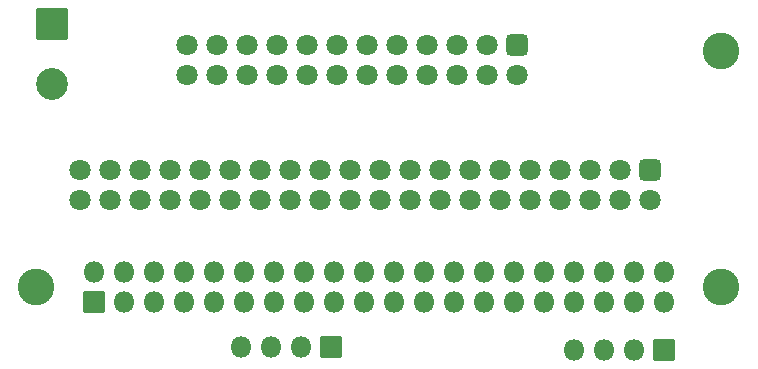
<source format=gbr>
%TF.GenerationSoftware,KiCad,Pcbnew,(6.0.7)*%
%TF.CreationDate,2022-09-08T00:59:07-04:00*%
%TF.ProjectId,Pi_Adapter,50695f41-6461-4707-9465-722e6b696361,v1*%
%TF.SameCoordinates,Original*%
%TF.FileFunction,Soldermask,Bot*%
%TF.FilePolarity,Negative*%
%FSLAX46Y46*%
G04 Gerber Fmt 4.6, Leading zero omitted, Abs format (unit mm)*
G04 Created by KiCad (PCBNEW (6.0.7)) date 2022-09-08 00:59:07*
%MOMM*%
%LPD*%
G01*
G04 APERTURE LIST*
G04 Aperture macros list*
%AMRoundRect*
0 Rectangle with rounded corners*
0 $1 Rounding radius*
0 $2 $3 $4 $5 $6 $7 $8 $9 X,Y pos of 4 corners*
0 Add a 4 corners polygon primitive as box body*
4,1,4,$2,$3,$4,$5,$6,$7,$8,$9,$2,$3,0*
0 Add four circle primitives for the rounded corners*
1,1,$1+$1,$2,$3*
1,1,$1+$1,$4,$5*
1,1,$1+$1,$6,$7*
1,1,$1+$1,$8,$9*
0 Add four rect primitives between the rounded corners*
20,1,$1+$1,$2,$3,$4,$5,0*
20,1,$1+$1,$4,$5,$6,$7,0*
20,1,$1+$1,$6,$7,$8,$9,0*
20,1,$1+$1,$8,$9,$2,$3,0*%
G04 Aperture macros list end*
%ADD10C,3.100000*%
%ADD11RoundRect,0.050000X-1.300000X1.300000X-1.300000X-1.300000X1.300000X-1.300000X1.300000X1.300000X0*%
%ADD12C,2.700000*%
%ADD13RoundRect,0.050000X-0.850000X0.850000X-0.850000X-0.850000X0.850000X-0.850000X0.850000X0.850000X0*%
%ADD14O,1.800000X1.800000*%
%ADD15RoundRect,0.300000X-0.600000X0.600000X-0.600000X-0.600000X0.600000X-0.600000X0.600000X0.600000X0*%
%ADD16C,1.800000*%
G04 APERTURE END LIST*
D10*
%TO.C,H3*%
X140040000Y-44310000D03*
%TD*%
D11*
%TO.C,J2*%
X83395000Y-42100000D03*
D12*
X83395000Y-47100000D03*
%TD*%
D13*
%TO.C,J6*%
X135200000Y-69625000D03*
D14*
X132660000Y-69625000D03*
X130120000Y-69625000D03*
X127580000Y-69625000D03*
%TD*%
D15*
%TO.C,J5*%
X122700000Y-43850000D03*
D16*
X122700000Y-46390000D03*
X120160000Y-43850000D03*
X120160000Y-46390000D03*
X117620000Y-43850000D03*
X117620000Y-46390000D03*
X115080000Y-43850000D03*
X115080000Y-46390000D03*
X112540000Y-43850000D03*
X112540000Y-46390000D03*
X110000000Y-43850000D03*
X110000000Y-46390000D03*
X107460000Y-43850000D03*
X107460000Y-46390000D03*
X104920000Y-43850000D03*
X104920000Y-46390000D03*
X102380000Y-43850000D03*
X102380000Y-46390000D03*
X99840000Y-43850000D03*
X99840000Y-46390000D03*
X97300000Y-43850000D03*
X97300000Y-46390000D03*
X94760000Y-43850000D03*
X94760000Y-46390000D03*
%TD*%
D15*
%TO.C,J4*%
X134000000Y-54400000D03*
D16*
X134000000Y-56940000D03*
X131460000Y-54400000D03*
X131460000Y-56940000D03*
X128920000Y-54400000D03*
X128920000Y-56940000D03*
X126380000Y-54400000D03*
X126380000Y-56940000D03*
X123840000Y-54400000D03*
X123840000Y-56940000D03*
X121300000Y-54400000D03*
X121300000Y-56940000D03*
X118760000Y-54400000D03*
X118760000Y-56940000D03*
X116220000Y-54400000D03*
X116220000Y-56940000D03*
X113680000Y-54400000D03*
X113680000Y-56940000D03*
X111140000Y-54400000D03*
X111140000Y-56940000D03*
X108600000Y-54400000D03*
X108600000Y-56940000D03*
X106060000Y-54400000D03*
X106060000Y-56940000D03*
X103520000Y-54400000D03*
X103520000Y-56940000D03*
X100980000Y-54400000D03*
X100980000Y-56940000D03*
X98440000Y-54400000D03*
X98440000Y-56940000D03*
X95900000Y-54400000D03*
X95900000Y-56940000D03*
X93360000Y-54400000D03*
X93360000Y-56940000D03*
X90820000Y-54400000D03*
X90820000Y-56940000D03*
X88280000Y-54400000D03*
X88280000Y-56940000D03*
X85740000Y-54400000D03*
X85740000Y-56940000D03*
%TD*%
D14*
%TO.C,J3*%
X99380000Y-69400000D03*
X101920000Y-69400000D03*
X104460000Y-69400000D03*
D13*
X107000000Y-69400000D03*
%TD*%
D10*
%TO.C,H2*%
X140040000Y-64310000D03*
%TD*%
%TO.C,H1*%
X82040000Y-64310000D03*
%TD*%
D14*
%TO.C,J1*%
X135180000Y-63050000D03*
X135180000Y-65590000D03*
X132640000Y-63050000D03*
X132640000Y-65590000D03*
X130100000Y-63050000D03*
X130100000Y-65590000D03*
X127560000Y-63050000D03*
X127560000Y-65590000D03*
X125020000Y-63050000D03*
X125020000Y-65590000D03*
X122480000Y-63050000D03*
X122480000Y-65590000D03*
X119940000Y-63050000D03*
X119940000Y-65590000D03*
X117400000Y-63050000D03*
X117400000Y-65590000D03*
X114860000Y-63050000D03*
X114860000Y-65590000D03*
X112320000Y-63050000D03*
X112320000Y-65590000D03*
X109780000Y-63050000D03*
X109780000Y-65590000D03*
X107240000Y-63050000D03*
X107240000Y-65590000D03*
X104700000Y-63050000D03*
X104700000Y-65590000D03*
X102160000Y-63050000D03*
X102160000Y-65590000D03*
X99620000Y-63050000D03*
X99620000Y-65590000D03*
X97080000Y-63050000D03*
X97080000Y-65590000D03*
X94540000Y-63050000D03*
X94540000Y-65590000D03*
X92000000Y-63050000D03*
X92000000Y-65590000D03*
X89460000Y-63050000D03*
X89460000Y-65590000D03*
X86920000Y-63050000D03*
D13*
X86920000Y-65590000D03*
%TD*%
M02*

</source>
